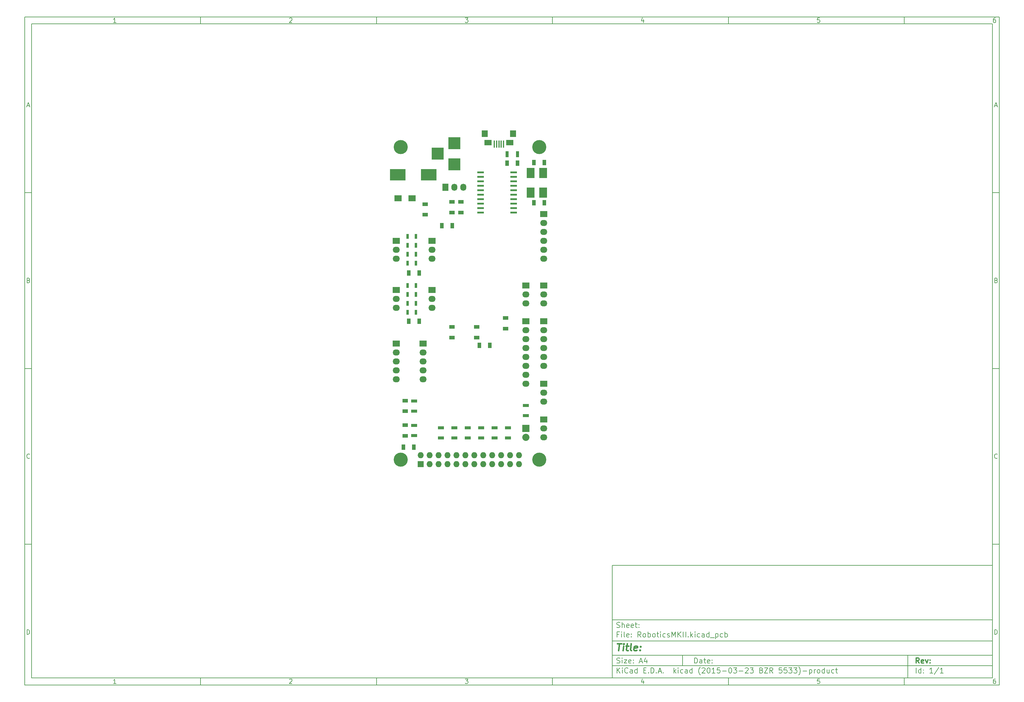
<source format=gbr>
G04 #@! TF.FileFunction,Soldermask,Bot*
%FSLAX46Y46*%
G04 Gerber Fmt 4.6, Leading zero omitted, Abs format (unit mm)*
G04 Created by KiCad (PCBNEW (2015-03-23 BZR 5533)-product) date Thu 23 Apr 2015 16:19:24 SAST*
%MOMM*%
G01*
G04 APERTURE LIST*
%ADD10C,0.100000*%
%ADD11C,0.150000*%
%ADD12C,0.300000*%
%ADD13C,0.400000*%
%ADD14R,1.600000X1.000000*%
%ADD15R,1.000000X1.600000*%
%ADD16R,0.400000X2.000000*%
%ADD17R,2.100000X1.600000*%
%ADD18R,1.800000X1.900000*%
%ADD19R,3.500120X3.500120*%
%ADD20R,4.500880X3.299460*%
%ADD21R,4.498340X3.299460*%
%ADD22R,2.000000X1.700000*%
%ADD23R,1.727200X2.032000*%
%ADD24O,1.727200X2.032000*%
%ADD25R,2.032000X1.727200*%
%ADD26O,2.032000X1.727200*%
%ADD27R,2.032000X2.032000*%
%ADD28O,2.032000X2.032000*%
%ADD29R,1.700000X0.900000*%
%ADD30R,0.900000X1.700000*%
%ADD31R,1.950000X0.600000*%
%ADD32R,2.300000X3.000000*%
%ADD33C,4.000000*%
%ADD34R,1.727200X1.727200*%
%ADD35O,1.727200X1.727200*%
%ADD36R,0.650000X1.350000*%
G04 APERTURE END LIST*
D10*
D11*
X177002200Y-166007200D02*
X177002200Y-198007200D01*
X285002200Y-198007200D01*
X285002200Y-166007200D01*
X177002200Y-166007200D01*
D10*
D11*
X10000000Y-10000000D02*
X10000000Y-200007200D01*
X287002200Y-200007200D01*
X287002200Y-10000000D01*
X10000000Y-10000000D01*
D10*
D11*
X12000000Y-12000000D02*
X12000000Y-198007200D01*
X285002200Y-198007200D01*
X285002200Y-12000000D01*
X12000000Y-12000000D01*
D10*
D11*
X60000000Y-12000000D02*
X60000000Y-10000000D01*
D10*
D11*
X110000000Y-12000000D02*
X110000000Y-10000000D01*
D10*
D11*
X160000000Y-12000000D02*
X160000000Y-10000000D01*
D10*
D11*
X210000000Y-12000000D02*
X210000000Y-10000000D01*
D10*
D11*
X260000000Y-12000000D02*
X260000000Y-10000000D01*
D10*
D11*
X35990476Y-11588095D02*
X35247619Y-11588095D01*
X35619048Y-11588095D02*
X35619048Y-10288095D01*
X35495238Y-10473810D01*
X35371429Y-10597619D01*
X35247619Y-10659524D01*
D10*
D11*
X85247619Y-10411905D02*
X85309524Y-10350000D01*
X85433333Y-10288095D01*
X85742857Y-10288095D01*
X85866667Y-10350000D01*
X85928571Y-10411905D01*
X85990476Y-10535714D01*
X85990476Y-10659524D01*
X85928571Y-10845238D01*
X85185714Y-11588095D01*
X85990476Y-11588095D01*
D10*
D11*
X135185714Y-10288095D02*
X135990476Y-10288095D01*
X135557143Y-10783333D01*
X135742857Y-10783333D01*
X135866667Y-10845238D01*
X135928571Y-10907143D01*
X135990476Y-11030952D01*
X135990476Y-11340476D01*
X135928571Y-11464286D01*
X135866667Y-11526190D01*
X135742857Y-11588095D01*
X135371429Y-11588095D01*
X135247619Y-11526190D01*
X135185714Y-11464286D01*
D10*
D11*
X185866667Y-10721429D02*
X185866667Y-11588095D01*
X185557143Y-10226190D02*
X185247619Y-11154762D01*
X186052381Y-11154762D01*
D10*
D11*
X235928571Y-10288095D02*
X235309524Y-10288095D01*
X235247619Y-10907143D01*
X235309524Y-10845238D01*
X235433333Y-10783333D01*
X235742857Y-10783333D01*
X235866667Y-10845238D01*
X235928571Y-10907143D01*
X235990476Y-11030952D01*
X235990476Y-11340476D01*
X235928571Y-11464286D01*
X235866667Y-11526190D01*
X235742857Y-11588095D01*
X235433333Y-11588095D01*
X235309524Y-11526190D01*
X235247619Y-11464286D01*
D10*
D11*
X285866667Y-10288095D02*
X285619048Y-10288095D01*
X285495238Y-10350000D01*
X285433333Y-10411905D01*
X285309524Y-10597619D01*
X285247619Y-10845238D01*
X285247619Y-11340476D01*
X285309524Y-11464286D01*
X285371429Y-11526190D01*
X285495238Y-11588095D01*
X285742857Y-11588095D01*
X285866667Y-11526190D01*
X285928571Y-11464286D01*
X285990476Y-11340476D01*
X285990476Y-11030952D01*
X285928571Y-10907143D01*
X285866667Y-10845238D01*
X285742857Y-10783333D01*
X285495238Y-10783333D01*
X285371429Y-10845238D01*
X285309524Y-10907143D01*
X285247619Y-11030952D01*
D10*
D11*
X60000000Y-198007200D02*
X60000000Y-200007200D01*
D10*
D11*
X110000000Y-198007200D02*
X110000000Y-200007200D01*
D10*
D11*
X160000000Y-198007200D02*
X160000000Y-200007200D01*
D10*
D11*
X210000000Y-198007200D02*
X210000000Y-200007200D01*
D10*
D11*
X260000000Y-198007200D02*
X260000000Y-200007200D01*
D10*
D11*
X35990476Y-199595295D02*
X35247619Y-199595295D01*
X35619048Y-199595295D02*
X35619048Y-198295295D01*
X35495238Y-198481010D01*
X35371429Y-198604819D01*
X35247619Y-198666724D01*
D10*
D11*
X85247619Y-198419105D02*
X85309524Y-198357200D01*
X85433333Y-198295295D01*
X85742857Y-198295295D01*
X85866667Y-198357200D01*
X85928571Y-198419105D01*
X85990476Y-198542914D01*
X85990476Y-198666724D01*
X85928571Y-198852438D01*
X85185714Y-199595295D01*
X85990476Y-199595295D01*
D10*
D11*
X135185714Y-198295295D02*
X135990476Y-198295295D01*
X135557143Y-198790533D01*
X135742857Y-198790533D01*
X135866667Y-198852438D01*
X135928571Y-198914343D01*
X135990476Y-199038152D01*
X135990476Y-199347676D01*
X135928571Y-199471486D01*
X135866667Y-199533390D01*
X135742857Y-199595295D01*
X135371429Y-199595295D01*
X135247619Y-199533390D01*
X135185714Y-199471486D01*
D10*
D11*
X185866667Y-198728629D02*
X185866667Y-199595295D01*
X185557143Y-198233390D02*
X185247619Y-199161962D01*
X186052381Y-199161962D01*
D10*
D11*
X235928571Y-198295295D02*
X235309524Y-198295295D01*
X235247619Y-198914343D01*
X235309524Y-198852438D01*
X235433333Y-198790533D01*
X235742857Y-198790533D01*
X235866667Y-198852438D01*
X235928571Y-198914343D01*
X235990476Y-199038152D01*
X235990476Y-199347676D01*
X235928571Y-199471486D01*
X235866667Y-199533390D01*
X235742857Y-199595295D01*
X235433333Y-199595295D01*
X235309524Y-199533390D01*
X235247619Y-199471486D01*
D10*
D11*
X285866667Y-198295295D02*
X285619048Y-198295295D01*
X285495238Y-198357200D01*
X285433333Y-198419105D01*
X285309524Y-198604819D01*
X285247619Y-198852438D01*
X285247619Y-199347676D01*
X285309524Y-199471486D01*
X285371429Y-199533390D01*
X285495238Y-199595295D01*
X285742857Y-199595295D01*
X285866667Y-199533390D01*
X285928571Y-199471486D01*
X285990476Y-199347676D01*
X285990476Y-199038152D01*
X285928571Y-198914343D01*
X285866667Y-198852438D01*
X285742857Y-198790533D01*
X285495238Y-198790533D01*
X285371429Y-198852438D01*
X285309524Y-198914343D01*
X285247619Y-199038152D01*
D10*
D11*
X10000000Y-60000000D02*
X12000000Y-60000000D01*
D10*
D11*
X10000000Y-110000000D02*
X12000000Y-110000000D01*
D10*
D11*
X10000000Y-160000000D02*
X12000000Y-160000000D01*
D10*
D11*
X10690476Y-35216667D02*
X11309524Y-35216667D01*
X10566667Y-35588095D02*
X11000000Y-34288095D01*
X11433333Y-35588095D01*
D10*
D11*
X11092857Y-84907143D02*
X11278571Y-84969048D01*
X11340476Y-85030952D01*
X11402381Y-85154762D01*
X11402381Y-85340476D01*
X11340476Y-85464286D01*
X11278571Y-85526190D01*
X11154762Y-85588095D01*
X10659524Y-85588095D01*
X10659524Y-84288095D01*
X11092857Y-84288095D01*
X11216667Y-84350000D01*
X11278571Y-84411905D01*
X11340476Y-84535714D01*
X11340476Y-84659524D01*
X11278571Y-84783333D01*
X11216667Y-84845238D01*
X11092857Y-84907143D01*
X10659524Y-84907143D01*
D10*
D11*
X11402381Y-135464286D02*
X11340476Y-135526190D01*
X11154762Y-135588095D01*
X11030952Y-135588095D01*
X10845238Y-135526190D01*
X10721429Y-135402381D01*
X10659524Y-135278571D01*
X10597619Y-135030952D01*
X10597619Y-134845238D01*
X10659524Y-134597619D01*
X10721429Y-134473810D01*
X10845238Y-134350000D01*
X11030952Y-134288095D01*
X11154762Y-134288095D01*
X11340476Y-134350000D01*
X11402381Y-134411905D01*
D10*
D11*
X10659524Y-185588095D02*
X10659524Y-184288095D01*
X10969048Y-184288095D01*
X11154762Y-184350000D01*
X11278571Y-184473810D01*
X11340476Y-184597619D01*
X11402381Y-184845238D01*
X11402381Y-185030952D01*
X11340476Y-185278571D01*
X11278571Y-185402381D01*
X11154762Y-185526190D01*
X10969048Y-185588095D01*
X10659524Y-185588095D01*
D10*
D11*
X287002200Y-60000000D02*
X285002200Y-60000000D01*
D10*
D11*
X287002200Y-110000000D02*
X285002200Y-110000000D01*
D10*
D11*
X287002200Y-160000000D02*
X285002200Y-160000000D01*
D10*
D11*
X285692676Y-35216667D02*
X286311724Y-35216667D01*
X285568867Y-35588095D02*
X286002200Y-34288095D01*
X286435533Y-35588095D01*
D10*
D11*
X286095057Y-84907143D02*
X286280771Y-84969048D01*
X286342676Y-85030952D01*
X286404581Y-85154762D01*
X286404581Y-85340476D01*
X286342676Y-85464286D01*
X286280771Y-85526190D01*
X286156962Y-85588095D01*
X285661724Y-85588095D01*
X285661724Y-84288095D01*
X286095057Y-84288095D01*
X286218867Y-84350000D01*
X286280771Y-84411905D01*
X286342676Y-84535714D01*
X286342676Y-84659524D01*
X286280771Y-84783333D01*
X286218867Y-84845238D01*
X286095057Y-84907143D01*
X285661724Y-84907143D01*
D10*
D11*
X286404581Y-135464286D02*
X286342676Y-135526190D01*
X286156962Y-135588095D01*
X286033152Y-135588095D01*
X285847438Y-135526190D01*
X285723629Y-135402381D01*
X285661724Y-135278571D01*
X285599819Y-135030952D01*
X285599819Y-134845238D01*
X285661724Y-134597619D01*
X285723629Y-134473810D01*
X285847438Y-134350000D01*
X286033152Y-134288095D01*
X286156962Y-134288095D01*
X286342676Y-134350000D01*
X286404581Y-134411905D01*
D10*
D11*
X285661724Y-185588095D02*
X285661724Y-184288095D01*
X285971248Y-184288095D01*
X286156962Y-184350000D01*
X286280771Y-184473810D01*
X286342676Y-184597619D01*
X286404581Y-184845238D01*
X286404581Y-185030952D01*
X286342676Y-185278571D01*
X286280771Y-185402381D01*
X286156962Y-185526190D01*
X285971248Y-185588095D01*
X285661724Y-185588095D01*
D10*
D11*
X200359343Y-193785771D02*
X200359343Y-192285771D01*
X200716486Y-192285771D01*
X200930771Y-192357200D01*
X201073629Y-192500057D01*
X201145057Y-192642914D01*
X201216486Y-192928629D01*
X201216486Y-193142914D01*
X201145057Y-193428629D01*
X201073629Y-193571486D01*
X200930771Y-193714343D01*
X200716486Y-193785771D01*
X200359343Y-193785771D01*
X202502200Y-193785771D02*
X202502200Y-193000057D01*
X202430771Y-192857200D01*
X202287914Y-192785771D01*
X202002200Y-192785771D01*
X201859343Y-192857200D01*
X202502200Y-193714343D02*
X202359343Y-193785771D01*
X202002200Y-193785771D01*
X201859343Y-193714343D01*
X201787914Y-193571486D01*
X201787914Y-193428629D01*
X201859343Y-193285771D01*
X202002200Y-193214343D01*
X202359343Y-193214343D01*
X202502200Y-193142914D01*
X203002200Y-192785771D02*
X203573629Y-192785771D01*
X203216486Y-192285771D02*
X203216486Y-193571486D01*
X203287914Y-193714343D01*
X203430772Y-193785771D01*
X203573629Y-193785771D01*
X204645057Y-193714343D02*
X204502200Y-193785771D01*
X204216486Y-193785771D01*
X204073629Y-193714343D01*
X204002200Y-193571486D01*
X204002200Y-193000057D01*
X204073629Y-192857200D01*
X204216486Y-192785771D01*
X204502200Y-192785771D01*
X204645057Y-192857200D01*
X204716486Y-193000057D01*
X204716486Y-193142914D01*
X204002200Y-193285771D01*
X205359343Y-193642914D02*
X205430771Y-193714343D01*
X205359343Y-193785771D01*
X205287914Y-193714343D01*
X205359343Y-193642914D01*
X205359343Y-193785771D01*
X205359343Y-192857200D02*
X205430771Y-192928629D01*
X205359343Y-193000057D01*
X205287914Y-192928629D01*
X205359343Y-192857200D01*
X205359343Y-193000057D01*
D10*
D11*
X177002200Y-194507200D02*
X285002200Y-194507200D01*
D10*
D11*
X178359343Y-196585771D02*
X178359343Y-195085771D01*
X179216486Y-196585771D02*
X178573629Y-195728629D01*
X179216486Y-195085771D02*
X178359343Y-195942914D01*
X179859343Y-196585771D02*
X179859343Y-195585771D01*
X179859343Y-195085771D02*
X179787914Y-195157200D01*
X179859343Y-195228629D01*
X179930771Y-195157200D01*
X179859343Y-195085771D01*
X179859343Y-195228629D01*
X181430772Y-196442914D02*
X181359343Y-196514343D01*
X181145057Y-196585771D01*
X181002200Y-196585771D01*
X180787915Y-196514343D01*
X180645057Y-196371486D01*
X180573629Y-196228629D01*
X180502200Y-195942914D01*
X180502200Y-195728629D01*
X180573629Y-195442914D01*
X180645057Y-195300057D01*
X180787915Y-195157200D01*
X181002200Y-195085771D01*
X181145057Y-195085771D01*
X181359343Y-195157200D01*
X181430772Y-195228629D01*
X182716486Y-196585771D02*
X182716486Y-195800057D01*
X182645057Y-195657200D01*
X182502200Y-195585771D01*
X182216486Y-195585771D01*
X182073629Y-195657200D01*
X182716486Y-196514343D02*
X182573629Y-196585771D01*
X182216486Y-196585771D01*
X182073629Y-196514343D01*
X182002200Y-196371486D01*
X182002200Y-196228629D01*
X182073629Y-196085771D01*
X182216486Y-196014343D01*
X182573629Y-196014343D01*
X182716486Y-195942914D01*
X184073629Y-196585771D02*
X184073629Y-195085771D01*
X184073629Y-196514343D02*
X183930772Y-196585771D01*
X183645058Y-196585771D01*
X183502200Y-196514343D01*
X183430772Y-196442914D01*
X183359343Y-196300057D01*
X183359343Y-195871486D01*
X183430772Y-195728629D01*
X183502200Y-195657200D01*
X183645058Y-195585771D01*
X183930772Y-195585771D01*
X184073629Y-195657200D01*
X185930772Y-195800057D02*
X186430772Y-195800057D01*
X186645058Y-196585771D02*
X185930772Y-196585771D01*
X185930772Y-195085771D01*
X186645058Y-195085771D01*
X187287915Y-196442914D02*
X187359343Y-196514343D01*
X187287915Y-196585771D01*
X187216486Y-196514343D01*
X187287915Y-196442914D01*
X187287915Y-196585771D01*
X188002201Y-196585771D02*
X188002201Y-195085771D01*
X188359344Y-195085771D01*
X188573629Y-195157200D01*
X188716487Y-195300057D01*
X188787915Y-195442914D01*
X188859344Y-195728629D01*
X188859344Y-195942914D01*
X188787915Y-196228629D01*
X188716487Y-196371486D01*
X188573629Y-196514343D01*
X188359344Y-196585771D01*
X188002201Y-196585771D01*
X189502201Y-196442914D02*
X189573629Y-196514343D01*
X189502201Y-196585771D01*
X189430772Y-196514343D01*
X189502201Y-196442914D01*
X189502201Y-196585771D01*
X190145058Y-196157200D02*
X190859344Y-196157200D01*
X190002201Y-196585771D02*
X190502201Y-195085771D01*
X191002201Y-196585771D01*
X191502201Y-196442914D02*
X191573629Y-196514343D01*
X191502201Y-196585771D01*
X191430772Y-196514343D01*
X191502201Y-196442914D01*
X191502201Y-196585771D01*
X194502201Y-196585771D02*
X194502201Y-195085771D01*
X194645058Y-196014343D02*
X195073629Y-196585771D01*
X195073629Y-195585771D02*
X194502201Y-196157200D01*
X195716487Y-196585771D02*
X195716487Y-195585771D01*
X195716487Y-195085771D02*
X195645058Y-195157200D01*
X195716487Y-195228629D01*
X195787915Y-195157200D01*
X195716487Y-195085771D01*
X195716487Y-195228629D01*
X197073630Y-196514343D02*
X196930773Y-196585771D01*
X196645059Y-196585771D01*
X196502201Y-196514343D01*
X196430773Y-196442914D01*
X196359344Y-196300057D01*
X196359344Y-195871486D01*
X196430773Y-195728629D01*
X196502201Y-195657200D01*
X196645059Y-195585771D01*
X196930773Y-195585771D01*
X197073630Y-195657200D01*
X198359344Y-196585771D02*
X198359344Y-195800057D01*
X198287915Y-195657200D01*
X198145058Y-195585771D01*
X197859344Y-195585771D01*
X197716487Y-195657200D01*
X198359344Y-196514343D02*
X198216487Y-196585771D01*
X197859344Y-196585771D01*
X197716487Y-196514343D01*
X197645058Y-196371486D01*
X197645058Y-196228629D01*
X197716487Y-196085771D01*
X197859344Y-196014343D01*
X198216487Y-196014343D01*
X198359344Y-195942914D01*
X199716487Y-196585771D02*
X199716487Y-195085771D01*
X199716487Y-196514343D02*
X199573630Y-196585771D01*
X199287916Y-196585771D01*
X199145058Y-196514343D01*
X199073630Y-196442914D01*
X199002201Y-196300057D01*
X199002201Y-195871486D01*
X199073630Y-195728629D01*
X199145058Y-195657200D01*
X199287916Y-195585771D01*
X199573630Y-195585771D01*
X199716487Y-195657200D01*
X202002201Y-197157200D02*
X201930773Y-197085771D01*
X201787916Y-196871486D01*
X201716487Y-196728629D01*
X201645058Y-196514343D01*
X201573630Y-196157200D01*
X201573630Y-195871486D01*
X201645058Y-195514343D01*
X201716487Y-195300057D01*
X201787916Y-195157200D01*
X201930773Y-194942914D01*
X202002201Y-194871486D01*
X202502201Y-195228629D02*
X202573630Y-195157200D01*
X202716487Y-195085771D01*
X203073630Y-195085771D01*
X203216487Y-195157200D01*
X203287916Y-195228629D01*
X203359344Y-195371486D01*
X203359344Y-195514343D01*
X203287916Y-195728629D01*
X202430773Y-196585771D01*
X203359344Y-196585771D01*
X204287915Y-195085771D02*
X204430772Y-195085771D01*
X204573629Y-195157200D01*
X204645058Y-195228629D01*
X204716487Y-195371486D01*
X204787915Y-195657200D01*
X204787915Y-196014343D01*
X204716487Y-196300057D01*
X204645058Y-196442914D01*
X204573629Y-196514343D01*
X204430772Y-196585771D01*
X204287915Y-196585771D01*
X204145058Y-196514343D01*
X204073629Y-196442914D01*
X204002201Y-196300057D01*
X203930772Y-196014343D01*
X203930772Y-195657200D01*
X204002201Y-195371486D01*
X204073629Y-195228629D01*
X204145058Y-195157200D01*
X204287915Y-195085771D01*
X206216486Y-196585771D02*
X205359343Y-196585771D01*
X205787915Y-196585771D02*
X205787915Y-195085771D01*
X205645058Y-195300057D01*
X205502200Y-195442914D01*
X205359343Y-195514343D01*
X207573629Y-195085771D02*
X206859343Y-195085771D01*
X206787914Y-195800057D01*
X206859343Y-195728629D01*
X207002200Y-195657200D01*
X207359343Y-195657200D01*
X207502200Y-195728629D01*
X207573629Y-195800057D01*
X207645057Y-195942914D01*
X207645057Y-196300057D01*
X207573629Y-196442914D01*
X207502200Y-196514343D01*
X207359343Y-196585771D01*
X207002200Y-196585771D01*
X206859343Y-196514343D01*
X206787914Y-196442914D01*
X208287914Y-196014343D02*
X209430771Y-196014343D01*
X210430771Y-195085771D02*
X210573628Y-195085771D01*
X210716485Y-195157200D01*
X210787914Y-195228629D01*
X210859343Y-195371486D01*
X210930771Y-195657200D01*
X210930771Y-196014343D01*
X210859343Y-196300057D01*
X210787914Y-196442914D01*
X210716485Y-196514343D01*
X210573628Y-196585771D01*
X210430771Y-196585771D01*
X210287914Y-196514343D01*
X210216485Y-196442914D01*
X210145057Y-196300057D01*
X210073628Y-196014343D01*
X210073628Y-195657200D01*
X210145057Y-195371486D01*
X210216485Y-195228629D01*
X210287914Y-195157200D01*
X210430771Y-195085771D01*
X211430771Y-195085771D02*
X212359342Y-195085771D01*
X211859342Y-195657200D01*
X212073628Y-195657200D01*
X212216485Y-195728629D01*
X212287914Y-195800057D01*
X212359342Y-195942914D01*
X212359342Y-196300057D01*
X212287914Y-196442914D01*
X212216485Y-196514343D01*
X212073628Y-196585771D01*
X211645056Y-196585771D01*
X211502199Y-196514343D01*
X211430771Y-196442914D01*
X213002199Y-196014343D02*
X214145056Y-196014343D01*
X214787913Y-195228629D02*
X214859342Y-195157200D01*
X215002199Y-195085771D01*
X215359342Y-195085771D01*
X215502199Y-195157200D01*
X215573628Y-195228629D01*
X215645056Y-195371486D01*
X215645056Y-195514343D01*
X215573628Y-195728629D01*
X214716485Y-196585771D01*
X215645056Y-196585771D01*
X216145056Y-195085771D02*
X217073627Y-195085771D01*
X216573627Y-195657200D01*
X216787913Y-195657200D01*
X216930770Y-195728629D01*
X217002199Y-195800057D01*
X217073627Y-195942914D01*
X217073627Y-196300057D01*
X217002199Y-196442914D01*
X216930770Y-196514343D01*
X216787913Y-196585771D01*
X216359341Y-196585771D01*
X216216484Y-196514343D01*
X216145056Y-196442914D01*
X219359341Y-195800057D02*
X219573627Y-195871486D01*
X219645055Y-195942914D01*
X219716484Y-196085771D01*
X219716484Y-196300057D01*
X219645055Y-196442914D01*
X219573627Y-196514343D01*
X219430769Y-196585771D01*
X218859341Y-196585771D01*
X218859341Y-195085771D01*
X219359341Y-195085771D01*
X219502198Y-195157200D01*
X219573627Y-195228629D01*
X219645055Y-195371486D01*
X219645055Y-195514343D01*
X219573627Y-195657200D01*
X219502198Y-195728629D01*
X219359341Y-195800057D01*
X218859341Y-195800057D01*
X220216484Y-195085771D02*
X221216484Y-195085771D01*
X220216484Y-196585771D01*
X221216484Y-196585771D01*
X222645055Y-196585771D02*
X222145055Y-195871486D01*
X221787912Y-196585771D02*
X221787912Y-195085771D01*
X222359340Y-195085771D01*
X222502198Y-195157200D01*
X222573626Y-195228629D01*
X222645055Y-195371486D01*
X222645055Y-195585771D01*
X222573626Y-195728629D01*
X222502198Y-195800057D01*
X222359340Y-195871486D01*
X221787912Y-195871486D01*
X225145055Y-195085771D02*
X224430769Y-195085771D01*
X224359340Y-195800057D01*
X224430769Y-195728629D01*
X224573626Y-195657200D01*
X224930769Y-195657200D01*
X225073626Y-195728629D01*
X225145055Y-195800057D01*
X225216483Y-195942914D01*
X225216483Y-196300057D01*
X225145055Y-196442914D01*
X225073626Y-196514343D01*
X224930769Y-196585771D01*
X224573626Y-196585771D01*
X224430769Y-196514343D01*
X224359340Y-196442914D01*
X226573626Y-195085771D02*
X225859340Y-195085771D01*
X225787911Y-195800057D01*
X225859340Y-195728629D01*
X226002197Y-195657200D01*
X226359340Y-195657200D01*
X226502197Y-195728629D01*
X226573626Y-195800057D01*
X226645054Y-195942914D01*
X226645054Y-196300057D01*
X226573626Y-196442914D01*
X226502197Y-196514343D01*
X226359340Y-196585771D01*
X226002197Y-196585771D01*
X225859340Y-196514343D01*
X225787911Y-196442914D01*
X227145054Y-195085771D02*
X228073625Y-195085771D01*
X227573625Y-195657200D01*
X227787911Y-195657200D01*
X227930768Y-195728629D01*
X228002197Y-195800057D01*
X228073625Y-195942914D01*
X228073625Y-196300057D01*
X228002197Y-196442914D01*
X227930768Y-196514343D01*
X227787911Y-196585771D01*
X227359339Y-196585771D01*
X227216482Y-196514343D01*
X227145054Y-196442914D01*
X228573625Y-195085771D02*
X229502196Y-195085771D01*
X229002196Y-195657200D01*
X229216482Y-195657200D01*
X229359339Y-195728629D01*
X229430768Y-195800057D01*
X229502196Y-195942914D01*
X229502196Y-196300057D01*
X229430768Y-196442914D01*
X229359339Y-196514343D01*
X229216482Y-196585771D01*
X228787910Y-196585771D01*
X228645053Y-196514343D01*
X228573625Y-196442914D01*
X230002196Y-197157200D02*
X230073624Y-197085771D01*
X230216481Y-196871486D01*
X230287910Y-196728629D01*
X230359339Y-196514343D01*
X230430767Y-196157200D01*
X230430767Y-195871486D01*
X230359339Y-195514343D01*
X230287910Y-195300057D01*
X230216481Y-195157200D01*
X230073624Y-194942914D01*
X230002196Y-194871486D01*
X231145053Y-196014343D02*
X232287910Y-196014343D01*
X233002196Y-195585771D02*
X233002196Y-197085771D01*
X233002196Y-195657200D02*
X233145053Y-195585771D01*
X233430767Y-195585771D01*
X233573624Y-195657200D01*
X233645053Y-195728629D01*
X233716482Y-195871486D01*
X233716482Y-196300057D01*
X233645053Y-196442914D01*
X233573624Y-196514343D01*
X233430767Y-196585771D01*
X233145053Y-196585771D01*
X233002196Y-196514343D01*
X234359339Y-196585771D02*
X234359339Y-195585771D01*
X234359339Y-195871486D02*
X234430767Y-195728629D01*
X234502196Y-195657200D01*
X234645053Y-195585771D01*
X234787910Y-195585771D01*
X235502196Y-196585771D02*
X235359338Y-196514343D01*
X235287910Y-196442914D01*
X235216481Y-196300057D01*
X235216481Y-195871486D01*
X235287910Y-195728629D01*
X235359338Y-195657200D01*
X235502196Y-195585771D01*
X235716481Y-195585771D01*
X235859338Y-195657200D01*
X235930767Y-195728629D01*
X236002196Y-195871486D01*
X236002196Y-196300057D01*
X235930767Y-196442914D01*
X235859338Y-196514343D01*
X235716481Y-196585771D01*
X235502196Y-196585771D01*
X237287910Y-196585771D02*
X237287910Y-195085771D01*
X237287910Y-196514343D02*
X237145053Y-196585771D01*
X236859339Y-196585771D01*
X236716481Y-196514343D01*
X236645053Y-196442914D01*
X236573624Y-196300057D01*
X236573624Y-195871486D01*
X236645053Y-195728629D01*
X236716481Y-195657200D01*
X236859339Y-195585771D01*
X237145053Y-195585771D01*
X237287910Y-195657200D01*
X238645053Y-195585771D02*
X238645053Y-196585771D01*
X238002196Y-195585771D02*
X238002196Y-196371486D01*
X238073624Y-196514343D01*
X238216482Y-196585771D01*
X238430767Y-196585771D01*
X238573624Y-196514343D01*
X238645053Y-196442914D01*
X240002196Y-196514343D02*
X239859339Y-196585771D01*
X239573625Y-196585771D01*
X239430767Y-196514343D01*
X239359339Y-196442914D01*
X239287910Y-196300057D01*
X239287910Y-195871486D01*
X239359339Y-195728629D01*
X239430767Y-195657200D01*
X239573625Y-195585771D01*
X239859339Y-195585771D01*
X240002196Y-195657200D01*
X240430767Y-195585771D02*
X241002196Y-195585771D01*
X240645053Y-195085771D02*
X240645053Y-196371486D01*
X240716481Y-196514343D01*
X240859339Y-196585771D01*
X241002196Y-196585771D01*
D10*
D11*
X177002200Y-191507200D02*
X285002200Y-191507200D01*
D10*
D12*
X264216486Y-193785771D02*
X263716486Y-193071486D01*
X263359343Y-193785771D02*
X263359343Y-192285771D01*
X263930771Y-192285771D01*
X264073629Y-192357200D01*
X264145057Y-192428629D01*
X264216486Y-192571486D01*
X264216486Y-192785771D01*
X264145057Y-192928629D01*
X264073629Y-193000057D01*
X263930771Y-193071486D01*
X263359343Y-193071486D01*
X265430771Y-193714343D02*
X265287914Y-193785771D01*
X265002200Y-193785771D01*
X264859343Y-193714343D01*
X264787914Y-193571486D01*
X264787914Y-193000057D01*
X264859343Y-192857200D01*
X265002200Y-192785771D01*
X265287914Y-192785771D01*
X265430771Y-192857200D01*
X265502200Y-193000057D01*
X265502200Y-193142914D01*
X264787914Y-193285771D01*
X266002200Y-192785771D02*
X266359343Y-193785771D01*
X266716485Y-192785771D01*
X267287914Y-193642914D02*
X267359342Y-193714343D01*
X267287914Y-193785771D01*
X267216485Y-193714343D01*
X267287914Y-193642914D01*
X267287914Y-193785771D01*
X267287914Y-192857200D02*
X267359342Y-192928629D01*
X267287914Y-193000057D01*
X267216485Y-192928629D01*
X267287914Y-192857200D01*
X267287914Y-193000057D01*
D10*
D11*
X178287914Y-193714343D02*
X178502200Y-193785771D01*
X178859343Y-193785771D01*
X179002200Y-193714343D01*
X179073629Y-193642914D01*
X179145057Y-193500057D01*
X179145057Y-193357200D01*
X179073629Y-193214343D01*
X179002200Y-193142914D01*
X178859343Y-193071486D01*
X178573629Y-193000057D01*
X178430771Y-192928629D01*
X178359343Y-192857200D01*
X178287914Y-192714343D01*
X178287914Y-192571486D01*
X178359343Y-192428629D01*
X178430771Y-192357200D01*
X178573629Y-192285771D01*
X178930771Y-192285771D01*
X179145057Y-192357200D01*
X179787914Y-193785771D02*
X179787914Y-192785771D01*
X179787914Y-192285771D02*
X179716485Y-192357200D01*
X179787914Y-192428629D01*
X179859342Y-192357200D01*
X179787914Y-192285771D01*
X179787914Y-192428629D01*
X180359343Y-192785771D02*
X181145057Y-192785771D01*
X180359343Y-193785771D01*
X181145057Y-193785771D01*
X182287914Y-193714343D02*
X182145057Y-193785771D01*
X181859343Y-193785771D01*
X181716486Y-193714343D01*
X181645057Y-193571486D01*
X181645057Y-193000057D01*
X181716486Y-192857200D01*
X181859343Y-192785771D01*
X182145057Y-192785771D01*
X182287914Y-192857200D01*
X182359343Y-193000057D01*
X182359343Y-193142914D01*
X181645057Y-193285771D01*
X183002200Y-193642914D02*
X183073628Y-193714343D01*
X183002200Y-193785771D01*
X182930771Y-193714343D01*
X183002200Y-193642914D01*
X183002200Y-193785771D01*
X183002200Y-192857200D02*
X183073628Y-192928629D01*
X183002200Y-193000057D01*
X182930771Y-192928629D01*
X183002200Y-192857200D01*
X183002200Y-193000057D01*
X184787914Y-193357200D02*
X185502200Y-193357200D01*
X184645057Y-193785771D02*
X185145057Y-192285771D01*
X185645057Y-193785771D01*
X186787914Y-192785771D02*
X186787914Y-193785771D01*
X186430771Y-192214343D02*
X186073628Y-193285771D01*
X187002200Y-193285771D01*
D10*
D11*
X263359343Y-196585771D02*
X263359343Y-195085771D01*
X264716486Y-196585771D02*
X264716486Y-195085771D01*
X264716486Y-196514343D02*
X264573629Y-196585771D01*
X264287915Y-196585771D01*
X264145057Y-196514343D01*
X264073629Y-196442914D01*
X264002200Y-196300057D01*
X264002200Y-195871486D01*
X264073629Y-195728629D01*
X264145057Y-195657200D01*
X264287915Y-195585771D01*
X264573629Y-195585771D01*
X264716486Y-195657200D01*
X265430772Y-196442914D02*
X265502200Y-196514343D01*
X265430772Y-196585771D01*
X265359343Y-196514343D01*
X265430772Y-196442914D01*
X265430772Y-196585771D01*
X265430772Y-195657200D02*
X265502200Y-195728629D01*
X265430772Y-195800057D01*
X265359343Y-195728629D01*
X265430772Y-195657200D01*
X265430772Y-195800057D01*
X268073629Y-196585771D02*
X267216486Y-196585771D01*
X267645058Y-196585771D02*
X267645058Y-195085771D01*
X267502201Y-195300057D01*
X267359343Y-195442914D01*
X267216486Y-195514343D01*
X269787914Y-195014343D02*
X268502200Y-196942914D01*
X271073629Y-196585771D02*
X270216486Y-196585771D01*
X270645058Y-196585771D02*
X270645058Y-195085771D01*
X270502201Y-195300057D01*
X270359343Y-195442914D01*
X270216486Y-195514343D01*
D10*
D11*
X177002200Y-187507200D02*
X285002200Y-187507200D01*
D10*
D13*
X178454581Y-188211962D02*
X179597438Y-188211962D01*
X178776010Y-190211962D02*
X179026010Y-188211962D01*
X180014105Y-190211962D02*
X180180771Y-188878629D01*
X180264105Y-188211962D02*
X180156962Y-188307200D01*
X180240295Y-188402438D01*
X180347439Y-188307200D01*
X180264105Y-188211962D01*
X180240295Y-188402438D01*
X180847438Y-188878629D02*
X181609343Y-188878629D01*
X181216486Y-188211962D02*
X181002200Y-189926248D01*
X181073630Y-190116724D01*
X181252201Y-190211962D01*
X181442677Y-190211962D01*
X182395058Y-190211962D02*
X182216487Y-190116724D01*
X182145057Y-189926248D01*
X182359343Y-188211962D01*
X183930772Y-190116724D02*
X183728391Y-190211962D01*
X183347439Y-190211962D01*
X183168867Y-190116724D01*
X183097438Y-189926248D01*
X183192676Y-189164343D01*
X183311724Y-188973867D01*
X183514105Y-188878629D01*
X183895057Y-188878629D01*
X184073629Y-188973867D01*
X184145057Y-189164343D01*
X184121248Y-189354819D01*
X183145057Y-189545295D01*
X184895057Y-190021486D02*
X184978392Y-190116724D01*
X184871248Y-190211962D01*
X184787915Y-190116724D01*
X184895057Y-190021486D01*
X184871248Y-190211962D01*
X185026010Y-188973867D02*
X185109344Y-189069105D01*
X185002200Y-189164343D01*
X184918867Y-189069105D01*
X185026010Y-188973867D01*
X185002200Y-189164343D01*
D10*
D11*
X178859343Y-185600057D02*
X178359343Y-185600057D01*
X178359343Y-186385771D02*
X178359343Y-184885771D01*
X179073629Y-184885771D01*
X179645057Y-186385771D02*
X179645057Y-185385771D01*
X179645057Y-184885771D02*
X179573628Y-184957200D01*
X179645057Y-185028629D01*
X179716485Y-184957200D01*
X179645057Y-184885771D01*
X179645057Y-185028629D01*
X180573629Y-186385771D02*
X180430771Y-186314343D01*
X180359343Y-186171486D01*
X180359343Y-184885771D01*
X181716485Y-186314343D02*
X181573628Y-186385771D01*
X181287914Y-186385771D01*
X181145057Y-186314343D01*
X181073628Y-186171486D01*
X181073628Y-185600057D01*
X181145057Y-185457200D01*
X181287914Y-185385771D01*
X181573628Y-185385771D01*
X181716485Y-185457200D01*
X181787914Y-185600057D01*
X181787914Y-185742914D01*
X181073628Y-185885771D01*
X182430771Y-186242914D02*
X182502199Y-186314343D01*
X182430771Y-186385771D01*
X182359342Y-186314343D01*
X182430771Y-186242914D01*
X182430771Y-186385771D01*
X182430771Y-185457200D02*
X182502199Y-185528629D01*
X182430771Y-185600057D01*
X182359342Y-185528629D01*
X182430771Y-185457200D01*
X182430771Y-185600057D01*
X185145057Y-186385771D02*
X184645057Y-185671486D01*
X184287914Y-186385771D02*
X184287914Y-184885771D01*
X184859342Y-184885771D01*
X185002200Y-184957200D01*
X185073628Y-185028629D01*
X185145057Y-185171486D01*
X185145057Y-185385771D01*
X185073628Y-185528629D01*
X185002200Y-185600057D01*
X184859342Y-185671486D01*
X184287914Y-185671486D01*
X186002200Y-186385771D02*
X185859342Y-186314343D01*
X185787914Y-186242914D01*
X185716485Y-186100057D01*
X185716485Y-185671486D01*
X185787914Y-185528629D01*
X185859342Y-185457200D01*
X186002200Y-185385771D01*
X186216485Y-185385771D01*
X186359342Y-185457200D01*
X186430771Y-185528629D01*
X186502200Y-185671486D01*
X186502200Y-186100057D01*
X186430771Y-186242914D01*
X186359342Y-186314343D01*
X186216485Y-186385771D01*
X186002200Y-186385771D01*
X187145057Y-186385771D02*
X187145057Y-184885771D01*
X187145057Y-185457200D02*
X187287914Y-185385771D01*
X187573628Y-185385771D01*
X187716485Y-185457200D01*
X187787914Y-185528629D01*
X187859343Y-185671486D01*
X187859343Y-186100057D01*
X187787914Y-186242914D01*
X187716485Y-186314343D01*
X187573628Y-186385771D01*
X187287914Y-186385771D01*
X187145057Y-186314343D01*
X188716486Y-186385771D02*
X188573628Y-186314343D01*
X188502200Y-186242914D01*
X188430771Y-186100057D01*
X188430771Y-185671486D01*
X188502200Y-185528629D01*
X188573628Y-185457200D01*
X188716486Y-185385771D01*
X188930771Y-185385771D01*
X189073628Y-185457200D01*
X189145057Y-185528629D01*
X189216486Y-185671486D01*
X189216486Y-186100057D01*
X189145057Y-186242914D01*
X189073628Y-186314343D01*
X188930771Y-186385771D01*
X188716486Y-186385771D01*
X189645057Y-185385771D02*
X190216486Y-185385771D01*
X189859343Y-184885771D02*
X189859343Y-186171486D01*
X189930771Y-186314343D01*
X190073629Y-186385771D01*
X190216486Y-186385771D01*
X190716486Y-186385771D02*
X190716486Y-185385771D01*
X190716486Y-184885771D02*
X190645057Y-184957200D01*
X190716486Y-185028629D01*
X190787914Y-184957200D01*
X190716486Y-184885771D01*
X190716486Y-185028629D01*
X192073629Y-186314343D02*
X191930772Y-186385771D01*
X191645058Y-186385771D01*
X191502200Y-186314343D01*
X191430772Y-186242914D01*
X191359343Y-186100057D01*
X191359343Y-185671486D01*
X191430772Y-185528629D01*
X191502200Y-185457200D01*
X191645058Y-185385771D01*
X191930772Y-185385771D01*
X192073629Y-185457200D01*
X192645057Y-186314343D02*
X192787914Y-186385771D01*
X193073629Y-186385771D01*
X193216486Y-186314343D01*
X193287914Y-186171486D01*
X193287914Y-186100057D01*
X193216486Y-185957200D01*
X193073629Y-185885771D01*
X192859343Y-185885771D01*
X192716486Y-185814343D01*
X192645057Y-185671486D01*
X192645057Y-185600057D01*
X192716486Y-185457200D01*
X192859343Y-185385771D01*
X193073629Y-185385771D01*
X193216486Y-185457200D01*
X193930772Y-186385771D02*
X193930772Y-184885771D01*
X194430772Y-185957200D01*
X194930772Y-184885771D01*
X194930772Y-186385771D01*
X195645058Y-186385771D02*
X195645058Y-184885771D01*
X196502201Y-186385771D02*
X195859344Y-185528629D01*
X196502201Y-184885771D02*
X195645058Y-185742914D01*
X197145058Y-186385771D02*
X197145058Y-184885771D01*
X197859344Y-186385771D02*
X197859344Y-184885771D01*
X198573630Y-186242914D02*
X198645058Y-186314343D01*
X198573630Y-186385771D01*
X198502201Y-186314343D01*
X198573630Y-186242914D01*
X198573630Y-186385771D01*
X199287916Y-186385771D02*
X199287916Y-184885771D01*
X199430773Y-185814343D02*
X199859344Y-186385771D01*
X199859344Y-185385771D02*
X199287916Y-185957200D01*
X200502202Y-186385771D02*
X200502202Y-185385771D01*
X200502202Y-184885771D02*
X200430773Y-184957200D01*
X200502202Y-185028629D01*
X200573630Y-184957200D01*
X200502202Y-184885771D01*
X200502202Y-185028629D01*
X201859345Y-186314343D02*
X201716488Y-186385771D01*
X201430774Y-186385771D01*
X201287916Y-186314343D01*
X201216488Y-186242914D01*
X201145059Y-186100057D01*
X201145059Y-185671486D01*
X201216488Y-185528629D01*
X201287916Y-185457200D01*
X201430774Y-185385771D01*
X201716488Y-185385771D01*
X201859345Y-185457200D01*
X203145059Y-186385771D02*
X203145059Y-185600057D01*
X203073630Y-185457200D01*
X202930773Y-185385771D01*
X202645059Y-185385771D01*
X202502202Y-185457200D01*
X203145059Y-186314343D02*
X203002202Y-186385771D01*
X202645059Y-186385771D01*
X202502202Y-186314343D01*
X202430773Y-186171486D01*
X202430773Y-186028629D01*
X202502202Y-185885771D01*
X202645059Y-185814343D01*
X203002202Y-185814343D01*
X203145059Y-185742914D01*
X204502202Y-186385771D02*
X204502202Y-184885771D01*
X204502202Y-186314343D02*
X204359345Y-186385771D01*
X204073631Y-186385771D01*
X203930773Y-186314343D01*
X203859345Y-186242914D01*
X203787916Y-186100057D01*
X203787916Y-185671486D01*
X203859345Y-185528629D01*
X203930773Y-185457200D01*
X204073631Y-185385771D01*
X204359345Y-185385771D01*
X204502202Y-185457200D01*
X204859345Y-186528629D02*
X206002202Y-186528629D01*
X206359345Y-185385771D02*
X206359345Y-186885771D01*
X206359345Y-185457200D02*
X206502202Y-185385771D01*
X206787916Y-185385771D01*
X206930773Y-185457200D01*
X207002202Y-185528629D01*
X207073631Y-185671486D01*
X207073631Y-186100057D01*
X207002202Y-186242914D01*
X206930773Y-186314343D01*
X206787916Y-186385771D01*
X206502202Y-186385771D01*
X206359345Y-186314343D01*
X208359345Y-186314343D02*
X208216488Y-186385771D01*
X207930774Y-186385771D01*
X207787916Y-186314343D01*
X207716488Y-186242914D01*
X207645059Y-186100057D01*
X207645059Y-185671486D01*
X207716488Y-185528629D01*
X207787916Y-185457200D01*
X207930774Y-185385771D01*
X208216488Y-185385771D01*
X208359345Y-185457200D01*
X209002202Y-186385771D02*
X209002202Y-184885771D01*
X209002202Y-185457200D02*
X209145059Y-185385771D01*
X209430773Y-185385771D01*
X209573630Y-185457200D01*
X209645059Y-185528629D01*
X209716488Y-185671486D01*
X209716488Y-186100057D01*
X209645059Y-186242914D01*
X209573630Y-186314343D01*
X209430773Y-186385771D01*
X209145059Y-186385771D01*
X209002202Y-186314343D01*
D10*
D11*
X177002200Y-181507200D02*
X285002200Y-181507200D01*
D10*
D11*
X178287914Y-183614343D02*
X178502200Y-183685771D01*
X178859343Y-183685771D01*
X179002200Y-183614343D01*
X179073629Y-183542914D01*
X179145057Y-183400057D01*
X179145057Y-183257200D01*
X179073629Y-183114343D01*
X179002200Y-183042914D01*
X178859343Y-182971486D01*
X178573629Y-182900057D01*
X178430771Y-182828629D01*
X178359343Y-182757200D01*
X178287914Y-182614343D01*
X178287914Y-182471486D01*
X178359343Y-182328629D01*
X178430771Y-182257200D01*
X178573629Y-182185771D01*
X178930771Y-182185771D01*
X179145057Y-182257200D01*
X179787914Y-183685771D02*
X179787914Y-182185771D01*
X180430771Y-183685771D02*
X180430771Y-182900057D01*
X180359342Y-182757200D01*
X180216485Y-182685771D01*
X180002200Y-182685771D01*
X179859342Y-182757200D01*
X179787914Y-182828629D01*
X181716485Y-183614343D02*
X181573628Y-183685771D01*
X181287914Y-183685771D01*
X181145057Y-183614343D01*
X181073628Y-183471486D01*
X181073628Y-182900057D01*
X181145057Y-182757200D01*
X181287914Y-182685771D01*
X181573628Y-182685771D01*
X181716485Y-182757200D01*
X181787914Y-182900057D01*
X181787914Y-183042914D01*
X181073628Y-183185771D01*
X183002199Y-183614343D02*
X182859342Y-183685771D01*
X182573628Y-183685771D01*
X182430771Y-183614343D01*
X182359342Y-183471486D01*
X182359342Y-182900057D01*
X182430771Y-182757200D01*
X182573628Y-182685771D01*
X182859342Y-182685771D01*
X183002199Y-182757200D01*
X183073628Y-182900057D01*
X183073628Y-183042914D01*
X182359342Y-183185771D01*
X183502199Y-182685771D02*
X184073628Y-182685771D01*
X183716485Y-182185771D02*
X183716485Y-183471486D01*
X183787913Y-183614343D01*
X183930771Y-183685771D01*
X184073628Y-183685771D01*
X184573628Y-183542914D02*
X184645056Y-183614343D01*
X184573628Y-183685771D01*
X184502199Y-183614343D01*
X184573628Y-183542914D01*
X184573628Y-183685771D01*
X184573628Y-182757200D02*
X184645056Y-182828629D01*
X184573628Y-182900057D01*
X184502199Y-182828629D01*
X184573628Y-182757200D01*
X184573628Y-182900057D01*
D10*
D11*
X197002200Y-191507200D02*
X197002200Y-194507200D01*
D10*
D11*
X261002200Y-191507200D02*
X261002200Y-198007200D01*
D14*
X133985000Y-65635000D03*
X133985000Y-62635000D03*
D15*
X120626000Y-132334000D03*
X117626000Y-132334000D03*
D14*
X131445000Y-101195000D03*
X131445000Y-98195000D03*
X138430000Y-101195000D03*
X138430000Y-98195000D03*
X131445000Y-62635000D03*
X131445000Y-65635000D03*
X118110000Y-129135000D03*
X118110000Y-126135000D03*
X118110000Y-119150000D03*
X118110000Y-122150000D03*
D15*
X157710000Y-51435000D03*
X154710000Y-51435000D03*
X154710000Y-62865000D03*
X157710000Y-62865000D03*
X150090000Y-51562000D03*
X147090000Y-51562000D03*
D14*
X146685000Y-95655000D03*
X146685000Y-98655000D03*
D15*
X128548000Y-69342000D03*
X131548000Y-69342000D03*
D14*
X123825000Y-63270000D03*
X123825000Y-66270000D03*
D16*
X143480000Y-46170000D03*
X144130000Y-46170000D03*
X144780000Y-46170000D03*
X145430000Y-46170000D03*
X146080000Y-46170000D03*
D17*
X147880000Y-45720000D03*
X141680000Y-45720000D03*
D18*
X148780000Y-43170000D03*
X140780000Y-43170000D03*
D19*
X132080000Y-51920140D03*
X132080000Y-45920660D03*
X127381000Y-48920400D03*
D20*
X124795280Y-54864000D03*
D21*
X115996720Y-54864000D03*
D22*
X116110000Y-61595000D03*
X120110000Y-61595000D03*
D23*
X129540000Y-58420000D03*
D24*
X132080000Y-58420000D03*
X134620000Y-58420000D03*
D25*
X125730000Y-73660000D03*
D26*
X125730000Y-76200000D03*
X125730000Y-78740000D03*
D25*
X115570000Y-73660000D03*
D26*
X115570000Y-76200000D03*
X115570000Y-78740000D03*
D25*
X115570000Y-87630000D03*
D26*
X115570000Y-90170000D03*
X115570000Y-92710000D03*
D25*
X125730000Y-87630000D03*
D26*
X125730000Y-90170000D03*
X125730000Y-92710000D03*
D25*
X157480000Y-114300000D03*
D26*
X157480000Y-116840000D03*
X157480000Y-119380000D03*
D25*
X157480000Y-124460000D03*
D26*
X157480000Y-127000000D03*
X157480000Y-129540000D03*
D25*
X152400000Y-96520000D03*
D26*
X152400000Y-99060000D03*
X152400000Y-101600000D03*
X152400000Y-104140000D03*
X152400000Y-106680000D03*
X152400000Y-109220000D03*
X152400000Y-111760000D03*
X152400000Y-114300000D03*
D25*
X157480000Y-86360000D03*
D26*
X157480000Y-88900000D03*
X157480000Y-91440000D03*
D27*
X152400000Y-127000000D03*
D28*
X152400000Y-129540000D03*
D25*
X157480000Y-96520000D03*
D26*
X157480000Y-99060000D03*
X157480000Y-101600000D03*
X157480000Y-104140000D03*
X157480000Y-106680000D03*
X157480000Y-109220000D03*
D25*
X157480000Y-66040000D03*
D26*
X157480000Y-68580000D03*
X157480000Y-71120000D03*
X157480000Y-73660000D03*
X157480000Y-76200000D03*
X157480000Y-78740000D03*
D29*
X128270000Y-129720000D03*
X128270000Y-126820000D03*
X120650000Y-129085000D03*
X120650000Y-126185000D03*
X132080000Y-129720000D03*
X132080000Y-126820000D03*
X135890000Y-129720000D03*
X135890000Y-126820000D03*
X139700000Y-129720000D03*
X139700000Y-126820000D03*
X143510000Y-129720000D03*
X143510000Y-126820000D03*
X120650000Y-119200000D03*
X120650000Y-122100000D03*
X147320000Y-129720000D03*
X147320000Y-126820000D03*
X152400000Y-120470000D03*
X152400000Y-123370000D03*
D30*
X150040000Y-49022000D03*
X147140000Y-49022000D03*
D31*
X148972000Y-54229000D03*
X148972000Y-55499000D03*
X148972000Y-56769000D03*
X148972000Y-58039000D03*
X148972000Y-59309000D03*
X148972000Y-60579000D03*
X148972000Y-61849000D03*
X148972000Y-63119000D03*
X148972000Y-64389000D03*
X148972000Y-65659000D03*
X139572000Y-65659000D03*
X139572000Y-64389000D03*
X139572000Y-63119000D03*
X139572000Y-61849000D03*
X139572000Y-60579000D03*
X139572000Y-59309000D03*
X139572000Y-58039000D03*
X139572000Y-56769000D03*
X139572000Y-55499000D03*
X139572000Y-54229000D03*
D32*
X153825000Y-54350000D03*
X157325000Y-59950000D03*
X153825000Y-59950000D03*
X157325000Y-54350000D03*
D33*
X116840000Y-135890000D03*
X156210000Y-46990000D03*
X116840000Y-46990000D03*
X156210000Y-135890000D03*
D25*
X115570000Y-102870000D03*
D26*
X115570000Y-105410000D03*
X115570000Y-107950000D03*
X115570000Y-110490000D03*
X115570000Y-113030000D03*
D25*
X123190000Y-102870000D03*
D26*
X123190000Y-105410000D03*
X123190000Y-107950000D03*
X123190000Y-110490000D03*
X123190000Y-113030000D03*
D25*
X152400000Y-86360000D03*
D26*
X152400000Y-88900000D03*
X152400000Y-91440000D03*
D15*
X142216000Y-103378000D03*
X139216000Y-103378000D03*
X119150000Y-82804000D03*
X122150000Y-82804000D03*
X119150000Y-96520000D03*
X122150000Y-96520000D03*
D34*
X122555000Y-137160000D03*
D35*
X122555000Y-134620000D03*
X125095000Y-137160000D03*
X125095000Y-134620000D03*
X127635000Y-137160000D03*
X127635000Y-134620000D03*
X130175000Y-137160000D03*
X130175000Y-134620000D03*
X132715000Y-137160000D03*
X132715000Y-134620000D03*
X135255000Y-137160000D03*
X135255000Y-134620000D03*
X137795000Y-137160000D03*
X137795000Y-134620000D03*
X140335000Y-137160000D03*
X140335000Y-134620000D03*
X142875000Y-137160000D03*
X142875000Y-134620000D03*
X145415000Y-137160000D03*
X145415000Y-134620000D03*
X147955000Y-137160000D03*
X147955000Y-134620000D03*
X150495000Y-137160000D03*
X150495000Y-134620000D03*
D36*
X118815000Y-77470000D03*
X121215000Y-77470000D03*
X121215000Y-80010000D03*
X118815000Y-80010000D03*
X118815000Y-91440000D03*
X121215000Y-91440000D03*
X121215000Y-93980000D03*
X118815000Y-93980000D03*
X118815000Y-74930000D03*
X121215000Y-74930000D03*
X121215000Y-72390000D03*
X118815000Y-72390000D03*
X118815000Y-88900000D03*
X121215000Y-88900000D03*
X121215000Y-86360000D03*
X118815000Y-86360000D03*
M02*

</source>
